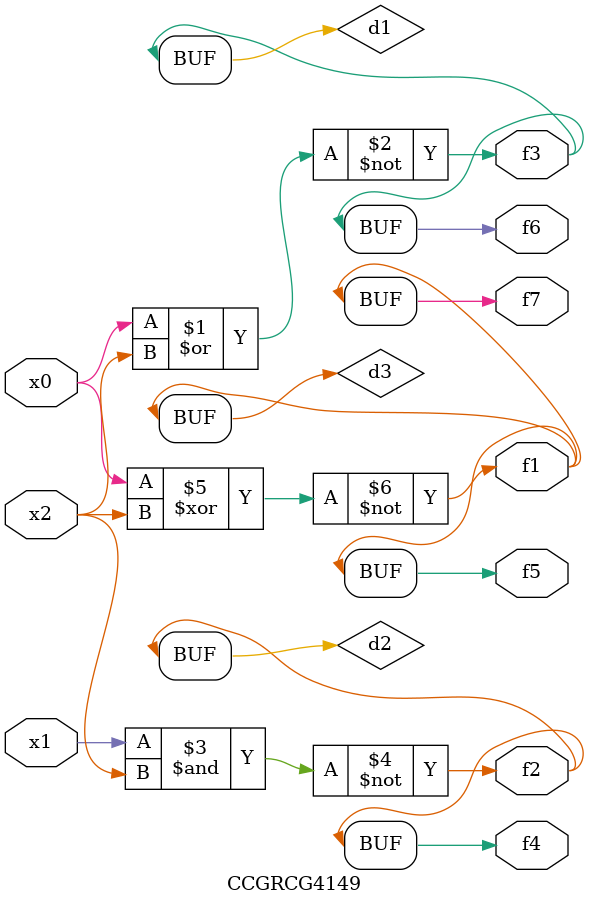
<source format=v>
module CCGRCG4149(
	input x0, x1, x2,
	output f1, f2, f3, f4, f5, f6, f7
);

	wire d1, d2, d3;

	nor (d1, x0, x2);
	nand (d2, x1, x2);
	xnor (d3, x0, x2);
	assign f1 = d3;
	assign f2 = d2;
	assign f3 = d1;
	assign f4 = d2;
	assign f5 = d3;
	assign f6 = d1;
	assign f7 = d3;
endmodule

</source>
